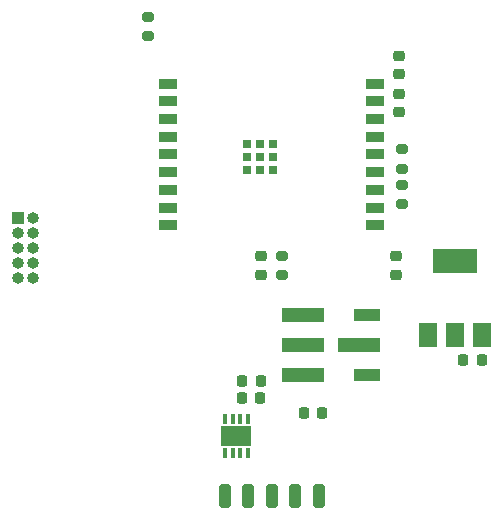
<source format=gbr>
%TF.GenerationSoftware,KiCad,Pcbnew,6.0.10-86aedd382b~118~ubuntu22.04.1*%
%TF.CreationDate,2023-03-14T18:16:05-07:00*%
%TF.ProjectId,compact-probe,636f6d70-6163-4742-9d70-726f62652e6b,rev?*%
%TF.SameCoordinates,Original*%
%TF.FileFunction,Soldermask,Bot*%
%TF.FilePolarity,Negative*%
%FSLAX46Y46*%
G04 Gerber Fmt 4.6, Leading zero omitted, Abs format (unit mm)*
G04 Created by KiCad (PCBNEW 6.0.10-86aedd382b~118~ubuntu22.04.1) date 2023-03-14 18:16:05*
%MOMM*%
%LPD*%
G01*
G04 APERTURE LIST*
G04 Aperture macros list*
%AMRoundRect*
0 Rectangle with rounded corners*
0 $1 Rounding radius*
0 $2 $3 $4 $5 $6 $7 $8 $9 X,Y pos of 4 corners*
0 Add a 4 corners polygon primitive as box body*
4,1,4,$2,$3,$4,$5,$6,$7,$8,$9,$2,$3,0*
0 Add four circle primitives for the rounded corners*
1,1,$1+$1,$2,$3*
1,1,$1+$1,$4,$5*
1,1,$1+$1,$6,$7*
1,1,$1+$1,$8,$9*
0 Add four rect primitives between the rounded corners*
20,1,$1+$1,$2,$3,$4,$5,0*
20,1,$1+$1,$4,$5,$6,$7,0*
20,1,$1+$1,$6,$7,$8,$9,0*
20,1,$1+$1,$8,$9,$2,$3,0*%
G04 Aperture macros list end*
%ADD10R,1.000000X1.000000*%
%ADD11O,1.000000X1.000000*%
%ADD12RoundRect,0.225000X-0.225000X-0.250000X0.225000X-0.250000X0.225000X0.250000X-0.225000X0.250000X0*%
%ADD13R,1.500000X2.000000*%
%ADD14R,3.800000X2.000000*%
%ADD15RoundRect,0.225000X0.250000X-0.225000X0.250000X0.225000X-0.250000X0.225000X-0.250000X-0.225000X0*%
%ADD16RoundRect,0.250000X0.250000X0.750000X-0.250000X0.750000X-0.250000X-0.750000X0.250000X-0.750000X0*%
%ADD17RoundRect,0.225000X-0.250000X0.225000X-0.250000X-0.225000X0.250000X-0.225000X0.250000X0.225000X0*%
%ADD18RoundRect,0.200000X0.275000X-0.200000X0.275000X0.200000X-0.275000X0.200000X-0.275000X-0.200000X0*%
%ADD19R,0.350000X0.850000*%
%ADD20R,2.500000X1.700000*%
%ADD21RoundRect,0.200000X-0.275000X0.200000X-0.275000X-0.200000X0.275000X-0.200000X0.275000X0.200000X0*%
%ADD22R,1.500000X0.900000*%
%ADD23R,0.700000X0.700000*%
%ADD24R,3.520000X1.250000*%
%ADD25R,2.220000X1.050000*%
%ADD26RoundRect,0.225000X0.225000X0.250000X-0.225000X0.250000X-0.225000X-0.250000X0.225000X-0.250000X0*%
G04 APERTURE END LIST*
D10*
%TO.C,J3*%
X-21500000Y2550000D03*
D11*
X-20230000Y2550000D03*
X-21500000Y1280000D03*
X-20230000Y1280000D03*
X-21500000Y10000D03*
X-20230000Y10000D03*
X-21500000Y-1260000D03*
X-20230000Y-1260000D03*
X-21500000Y-2530000D03*
X-20230000Y-2530000D03*
%TD*%
D12*
%TO.C,C9*%
X-975000Y-12750000D03*
X-2525000Y-12750000D03*
%TD*%
D13*
%TO.C,U6*%
X17800000Y-7400000D03*
X15500000Y-7400000D03*
D14*
X15500000Y-1100000D03*
D13*
X13200000Y-7400000D03*
%TD*%
D15*
%TO.C,C5*%
X10500000Y-725000D03*
X10500000Y-2275000D03*
%TD*%
D16*
%TO.C,J6*%
X0Y-21000000D03*
%TD*%
D12*
%TO.C,C1*%
X2725000Y-14000000D03*
X4275000Y-14000000D03*
%TD*%
D17*
%TO.C,C6*%
X10750000Y13025000D03*
X10750000Y11475000D03*
%TD*%
D16*
%TO.C,J5*%
X2000000Y-21000000D03*
%TD*%
%TO.C,J4*%
X4000000Y-21000000D03*
%TD*%
%TO.C,J8*%
X-4000000Y-21000000D03*
%TD*%
D18*
%TO.C,R4*%
X11000000Y3675000D03*
X11000000Y5325000D03*
%TD*%
D19*
%TO.C,IC1*%
X-3975000Y-14500000D03*
X-3325000Y-14500000D03*
X-2675000Y-14500000D03*
X-2025000Y-14500000D03*
X-2025000Y-17400000D03*
X-2675000Y-17400000D03*
X-3325000Y-17400000D03*
X-3975000Y-17400000D03*
D20*
X-3000000Y-15950000D03*
%TD*%
D18*
%TO.C,R1*%
X850000Y-2325000D03*
X850000Y-675000D03*
%TD*%
D15*
%TO.C,C7*%
X10750000Y14725000D03*
X10750000Y16275000D03*
%TD*%
D12*
%TO.C,C10*%
X-2500000Y-11250000D03*
X-950000Y-11250000D03*
%TD*%
D21*
%TO.C,R2*%
X-10500000Y19575000D03*
X-10500000Y17925000D03*
%TD*%
D22*
%TO.C,U4*%
X8750000Y13900000D03*
X8750000Y12400000D03*
X8750000Y10900000D03*
X8750000Y9400000D03*
X8750000Y7900000D03*
X8750000Y6400000D03*
X8750000Y4900000D03*
X8750000Y3400000D03*
X8750000Y1900000D03*
X-8750000Y1900000D03*
X-8750000Y3400000D03*
X-8750000Y4900000D03*
X-8750000Y6400000D03*
X-8750000Y7900000D03*
X-8750000Y9400000D03*
X-8750000Y10900000D03*
X-8750000Y12400000D03*
X-8750000Y13900000D03*
D23*
X140000Y8800000D03*
X-960000Y8800000D03*
X-2060000Y8800000D03*
X140000Y7700000D03*
X-960000Y7700000D03*
X-2060000Y7700000D03*
X140000Y6600000D03*
X-960000Y6600000D03*
X-2060000Y6600000D03*
%TD*%
D16*
%TO.C,J7*%
X-2000000Y-21000000D03*
%TD*%
D24*
%TO.C,PS1*%
X2610000Y-10790000D03*
X2610000Y-8250000D03*
X2610000Y-5710000D03*
D25*
X8040000Y-5710000D03*
D24*
X7390000Y-8250000D03*
D25*
X8040000Y-10790000D03*
%TD*%
D21*
%TO.C,R3*%
X11000000Y8325000D03*
X11000000Y6675000D03*
%TD*%
D17*
%TO.C,C4*%
X-900000Y-725000D03*
X-900000Y-2275000D03*
%TD*%
D26*
%TO.C,C3*%
X17775000Y-9500000D03*
X16225000Y-9500000D03*
%TD*%
M02*

</source>
